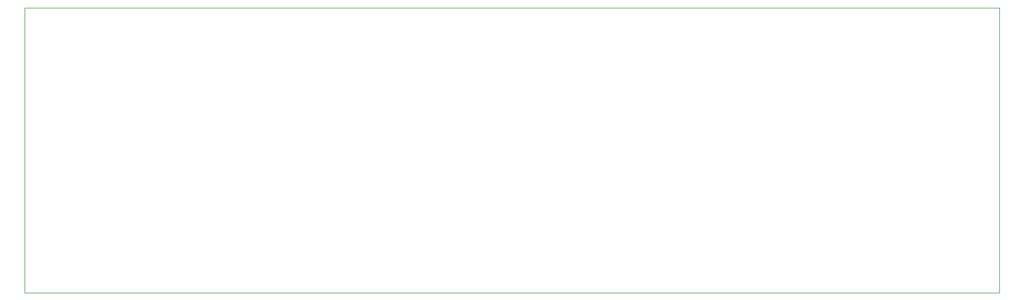
<source format=gbr>
G04 #@! TF.GenerationSoftware,KiCad,Pcbnew,6.0.7-f9a2dced07~116~ubuntu20.04.1*
G04 #@! TF.CreationDate,2022-11-11T16:54:04-05:00*
G04 #@! TF.ProjectId,bunGrbl-Breakout,62756e47-7262-46c2-9d42-7265616b6f75,rev?*
G04 #@! TF.SameCoordinates,PX26c1e00PY6a95280*
G04 #@! TF.FileFunction,Profile,NP*
%FSLAX46Y46*%
G04 Gerber Fmt 4.6, Leading zero omitted, Abs format (unit mm)*
G04 Created by KiCad (PCBNEW 6.0.7-f9a2dced07~116~ubuntu20.04.1) date 2022-11-11 16:54:04*
%MOMM*%
%LPD*%
G01*
G04 APERTURE LIST*
G04 #@! TA.AperFunction,Profile*
%ADD10C,0.100000*%
G04 #@! TD*
G04 APERTURE END LIST*
D10*
X0Y43180000D02*
X147320000Y43180000D01*
X147320000Y43180000D02*
X147320000Y0D01*
X147320000Y0D02*
X0Y0D01*
X0Y0D02*
X0Y43180000D01*
M02*

</source>
